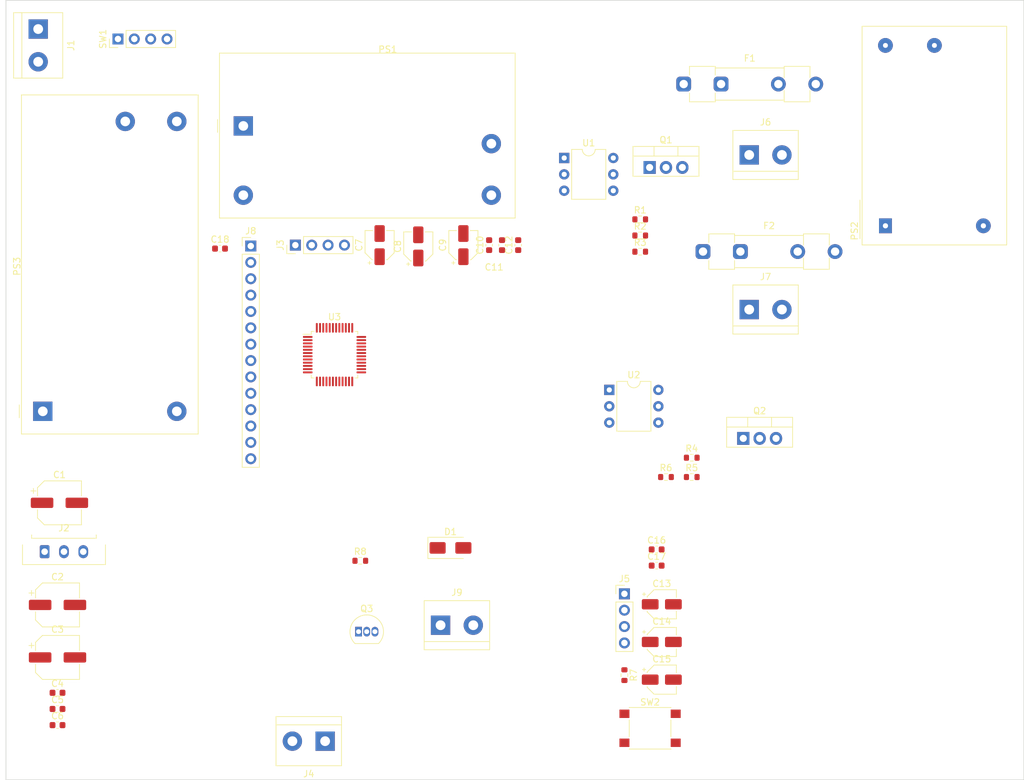
<source format=kicad_pcb>
(kicad_pcb (version 20221018) (generator pcbnew)
  (layers (0 "F.Cu" signal) (31 "B.Cu" signal) (34 "B.Paste" user) (35 "F.Paste" user) (36 "B.SilkS" user "B.Silkscreen") (37 "F.SilkS" user "F.Silkscreen") (38 "B.Mask" user) (39 "F.Mask" user) (44 "Edge.Cuts" user))
  (net 0 "")
  (net 1 "+3V3")
  (net 2 "GND")
  (net 3 "+5V")
  (net 4 "+12V")
  (net 5 "Net-(D1-A)")
  (net 6 "/NEUTRAL_SW")
  (net 7 "Net-(J6-Pin_2)")
  (net 8 "Net-(J7-Pin_2)")
  (net 9 "/SWDIO")
  (net 10 "/SWCLK")
  (net 11 "/LIVE")
  (net 12 "/NEUTRAL")
  (net 13 "/~{CS}_DISP")
  (net 14 "/~{RST}_LCD")
  (net 15 "/DC{slash}RS")
  (net 16 "/MOSI")
  (net 17 "/SCK")
  (net 18 "/MISO")
  (net 19 "/CLK")
  (net 20 "/~{CS}_T")
  (net 21 "/T_DETECT")
  (net 22 "/RX_BT")
  (net 23 "/TX_BT")
  (net 24 "/TH+")
  (net 25 "/TH-")
  (net 26 "/LIVE_SW")
  (net 27 "/LED_DIN")
  (net 28 "Net-(Q1-G)")
  (net 29 "Net-(Q2-G)")
  (net 30 "/EM_SW")
  (net 31 "Net-(R1-Pad1)")
  (net 32 "Net-(R2-Pad1)")
  (net 33 "Net-(R3-Pad2)")
  (net 34 "Net-(R4-Pad1)")
  (net 35 "Net-(R5-Pad1)")
  (net 36 "Net-(R6-Pad2)")
  (net 37 "/~{RST}")
  (net 38 "/HH_PWM")
  (net 41 "/LH_PWM")
  (net 42 "Net-(U3-VDDCORE)")
  (footprint "Converter_ACDC:Converter_ACDC_MeanWell_IRM-20-xx_THT" (layer "F.Cu") (at 74.7175 95.8 90)
    (fp_text reference "PS3" (at 22.5 -4 90) (layer "F.SilkS"))
    (fp_text value "IRM-20-5")
    (pad "1" thru_hole rect (at 0 0 90) (size 3 3) (drill 1.5) (layers "*.Cu" "*.Mask") (net 26 "/LIVE_SW"))
    (pad "2" thru_hole circle (at 0 20.8 90) (size 3 3) (drill 1.5) (layers "*.Cu" "*.Mask") (net 6 "/NEUTRAL_SW"))
    (pad "3" thru_hole circle (at 45 20.8 90) (size 3 3) (drill 1.5) (layers "*.Cu" "*.Mask") (net 2 "GND"))
    (pad "4" thru_hole circle (at 45 12.8 90) (size 3 3) (drill 1.5) (layers "*.Cu" "*.Mask") (net 3 "+5V"))
  )
  (footprint "Capacitor_SMD:CP_Elec_6.3x3.9" (layer "F.Cu") (at 77.3 110)
    (fp_text reference "C1" (at 0 -4.35) (layer "F.SilkS"))
    (fp_text value "10u/16v")
    (pad "1" smd roundrect (at -2.7 0) (size 3.5 1.6) (layers "F.Cu" "F.Paste" "F.Mask") (roundrect_rratio 0.15625) (net 3 "+5V"))
    (pad "2" smd roundrect (at 2.7 0) (size 3.5 1.6) (layers "F.Cu" "F.Paste" "F.Mask") (roundrect_rratio 0.15625) (net 2 "GND"))
  )
  (footprint "Capacitor_SMD:CP_Elec_4x3" (layer "F.Cu") (at 127 70 90)
    (fp_text reference "C7" (at 0 -3.2 90) (layer "F.SilkS"))
    (fp_text value "2u2/6v3")
    (pad "1" smd roundrect (at -1.8 0 90) (size 2.6 1.6) (layers "F.Cu" "F.Paste" "F.Mask") (roundrect_rratio 0.15625) (net 1 "+3V3"))
    (pad "2" smd roundrect (at 1.8 0 90) (size 2.6 1.6) (layers "F.Cu" "F.Paste" "F.Mask") (roundrect_rratio 0.15625) (net 2 "GND"))
  )
  (footprint "Connector_PinHeader_2.54mm:PinHeader_1x04_P2.54mm_Vertical" (layer "F.Cu") (at 113.92 70 90)
    (fp_text reference "J3" (at 0 -2.33 90) (layer "F.SilkS"))
    (fp_text value "SWD")
    (pad "1" thru_hole rect (at 0 0 90) (size 1.7 1.7) (drill 1) (layers "*.Cu" "*.Mask") (net 1 "+3V3"))
    (pad "2" thru_hole oval (at 0 2.54 90) (size 1.7 1.7) (drill 1) (layers "*.Cu" "*.Mask") (net 9 "/SWDIO"))
    (pad "3" thru_hole oval (at 0 5.08 90) (size 1.7 1.7) (drill 1) (layers "*.Cu" "*.Mask") (net 10 "/SWCLK"))
    (pad "4" thru_hole oval (at 0 7.62 90) (size 1.7 1.7) (drill 1) (layers "*.Cu" "*.Mask") (net 2 "GND"))
  )
  (footprint "Package_QFP:TQFP-48_7x7mm_P0.5mm" (layer "F.Cu") (at 120 87)
    (fp_text reference "U3" (at 0 -5.85) (layer "F.SilkS"))
    (fp_text value "ATSAML21G16B-AUT")
    (pad "1" smd roundrect (at -4.1625 -2.75) (size 1.475 0.3) (layers "F.Cu" "F.Paste" "F.Mask"))
    (pad "2" smd roundrect (at -4.1625 -2.25) (size 1.475 0.3) (layers "F.Cu" "F.Paste" "F.Mask"))
    (pad "3" smd roundrect (at -4.1625 -1.75) (size 1.475 0.3) (layers "F.Cu" "F.Paste" "F.Mask") (net 25 "/TH-"))
    (pad "4" smd roundrect (at -4.1625 -1.25) (size 1.475 0.3) (layers "F.Cu" "F.Paste" "F.Mask"))
    (pad "5" smd roundrect (at -4.1625 -0.75) (size 1.475 0.3) (layers "F.Cu" "F.Paste" "F.Mask") (net 2 "GND"))
    (pad "6" smd roundrect (at -4.1625 -0.25) (size 1.475 0.3) (layers "F.Cu" "F.Paste" "F.Mask") (net 1 "+3V3"))
    (pad "7" smd roundrect (at -4.1625 0.25) (size 1.475 0.3) (layers "F.Cu" "F.Paste" "F.Mask"))
    (pad "8" smd roundrect (at -4.1625 0.75) (size 1.475 0.3) (layers "F.Cu" "F.Paste" "F.Mask"))
    (pad "9" smd roundrect (at -4.1625 1.25) (size 1.475 0.3) (layers "F.Cu" "F.Paste" "F.Mask"))
    (pad "10" smd roundrect (at -4.1625 1.75) (size 1.475 0.3) (layers "F.Cu" "F.Paste" "F.Mask"))
    (pad "11" smd roundrect (at -4.1625 2.25) (size 1.475 0.3) (layers "F.Cu" "F.Paste" "F.Mask") (net 24 "/TH+"))
    (pad "12" smd roundrect (at -4.1625 2.75) (size 1.475 0.3) (layers "F.Cu" "F.Paste" "F.Mask") (net 17 "/SCK"))
    (pad "13" smd roundrect (at -2.75 4.1625) (size 0.3 1.475) (layers "F.Cu" "F.Paste" "F.Mask") (net 30 "/EM_SW"))
    (pad "14" smd roundrect (at -2.25 4.1625) (size 0.3 1.475) (layers "F.Cu" "F.Paste" "F.Mask") (net 27 "/LED_DIN"))
    (pad "15" smd roundrect (at -1.75 4.1625) (size 0.3 1.475) (layers "F.Cu" "F.Paste" "F.Mask") (net 38 "/HH_PWM"))
    (pad "16" smd roundrect (at -1.25 4.1625) (size 0.3 1.475) (layers "F.Cu" "F.Paste" "F.Mask") (net 41 "/LH_PWM"))
    (pad "17" smd roundrect (at -0.75 4.1625) (size 0.3 1.475) (layers "F.Cu" "F.Paste" "F.Mask") (net 1 "+3V3"))
    (pad "18" smd roundrect (at -0.25 4.1625) (size 0.3 1.475) (layers "F.Cu" "F.Paste" "F.Mask") (net 2 "GND"))
    (pad "19" smd roundrect (at 0.25 4.1625) (size 0.3 1.475) (layers "F.Cu" "F.Paste" "F.Mask"))
    (pad "20" smd roundrect (at 0.75 4.1625) (size 0.3 1.475) (layers "F.Cu" "F.Paste" "F.Mask"))
    (pad "21" smd roundrect (at 1.25 4.1625) (size 0.3 1.475) (layers "F.Cu" "F.Paste" "F.Mask") (net 23 "/TX_BT"))
    (pad "22" smd roundrect (at 1.75 4.1625) (size 0.3 1.475) (layers "F.Cu" "F.Paste" "F.Mask") (net 22 "/RX_BT"))
    (pad "23" smd roundrect (at 2.25 4.1625) (size 0.3 1.475) (layers "F.Cu" "F.Paste" "F.Mask"))
    (pad "24" smd roundrect (at 2.75 4.1625) (size 0.3 1.475) (layers "F.Cu" "F.Paste" "F.Mask") (net 16 "/MOSI"))
    (pad "25" smd roundrect (at 4.1625 2.75) (size 1.475 0.3) (layers "F.Cu" "F.Paste" "F.Mask") (net 18 "/MISO"))
    (pad "26" smd roundrect (at 4.1625 2.25) (size 1.475 0.3) (layers "F.Cu" "F.Paste" "F.Mask") (net 19 "/CLK"))
    (pad "27" smd roundrect (at 4.1625 1.75) (size 1.475 0.3) (layers "F.Cu" "F.Paste" "F.Mask") (net 15 "/DC{slash}RS"))
    (pad "28" smd roundrect (at 4.1625 1.25) (size 1.475 0.3) (layers "F.Cu" "F.Paste" "F.Mask") (net 13 "/~{CS}_DISP"))
    (pad "29" smd roundrect (at 4.1625 0.75) (size 1.475 0.3) (layers "F.Cu" "F.Paste" "F.Mask") (net 20 "/~{CS}_T"))
    (pad "30" smd roundrect (at 4.1625 0.25) (size 1.475 0.3) (layers "F.Cu" "F.Paste" "F.Mask") (net 14 "/~{RST}_LCD"))
    (pad "31" smd roundrect (at 4.1625 -0.25) (size 1.475 0.3) (layers "F.Cu" "F.Paste" "F.Mask") (net 21 "/T_DETECT"))
    (pad "32" smd roundrect (at 4.1625 -0.75) (size 1.475 0.3) (layers "F.Cu" "F.Paste" "F.Mask"))
    (pad "33" smd roundrect (at 4.1625 -1.25) (size 1.475 0.3) (layers "F.Cu" "F.Paste" "F.Mask"))
    (pad "34" smd roundrect (at 4.1625 -1.75) (size 1.475 0.3) (layers "F.Cu" "F.Paste" "F.Mask"))
    (pad "35" smd roundrect (at 4.1625 -2.25) (size 1.475 0.3) (layers "F.Cu" "F.Paste" "F.Mask") (net 2 "GND"))
    (pad "36" smd roundrect (at 4.1625 -2.75) (size 1.475 0.3) (layers "F.Cu" "F.Paste" "F.Mask") (net 1 "+3V3"))
    (pad "37" smd roundrect (at 2.75 -4.1625) (size 0.3 1.475) (layers "F.Cu" "F.Paste" "F.Mask"))
    (pad "38" smd roundrect (at 2.25 -4.1625) (size 0.3 1.475) (layers "F.Cu" "F.Paste" "F.Mask"))
    (pad "39" smd roundrect (at 1.75 -4.1625) (size 0.3 1.475) (layers "F.Cu" "F.Paste" "F.Mask"))
    (pad "40" smd roundrect (at 1.25 -4.1625) (size 0.3 1.475) (layers "F.Cu" "F.Paste" "F.Mask") (net 37 "/~{RST}"))
    (pad "41" smd roundrect (at 0.75 -4.1625) (size 0.3 1.475) (layers "F.Cu" "F.Paste" "F.Mask") (net 42 "Net-(U3-VDDCORE)"))
    (pad "42" smd roundrect (at 0.25 -4.1625) (size 0.3 1.475) (layers "F.Cu" "F.Paste" "F.Mask") (net 2 "GND"))
    (pad "43" smd roundrect (at -0.25 -4.1625) (size 0.3 1.475) (layers "F.Cu" "F.Paste" "F.Mask"))
    (pad "44" smd roundrect (at -0.75 -4.1625) (size 0.3 1.475) (layers "F.Cu" "F.Paste" "F.Mask") (net 1 "+3V3"))
    (pad "45" smd roundrect (at -1.25 -4.1625) (size 0.3 1.475) (layers "F.Cu" "F.Paste" "F.Mask") (net 10 "/SWCLK"))
    (pad "46" smd roundrect (at -1.75 -4.1625) (size 0.3 1.475) (layers "F.Cu" "F.Paste" "F.Mask") (net 9 "/SWDIO"))
    (pad "47" smd roundrect (at -2.25 -4.1625) (size 0.3 1.475) (layers "F.Cu" "F.Paste" "F.Mask"))
    (pad "48" smd roundrect (at -2.75 -4.1625) (size 0.3 1.475) (layers "F.Cu" "F.Paste" "F.Mask"))
  )
  (footprint "Capacitor_SMD:CP_Elec_6.3x3.9" (layer "F.Cu") (at 77 134)
    (fp_text reference "C3" (at 0 -4.35) (layer "F.SilkS"))
    (fp_text value "10u/16v")
    (pad "1" smd roundrect (at -2.7 0) (size 3.5 1.6) (layers "F.Cu" "F.Paste" "F.Mask") (roundrect_rratio 0.15625) (net 3 "+5V"))
    (pad "2" smd roundrect (at 2.7 0) (size 3.5 1.6) (layers "F.Cu" "F.Paste" "F.Mask") (roundrect_rratio 0.15625) (net 2 "GND"))
  )
  (footprint "Resistor_SMD:R_0603_1608Metric" (layer "F.Cu") (at 171.45 106)
    (fp_text reference "R6" (at 0 -1.43) (layer "F.SilkS"))
    (fp_text value "220R")
    (pad "1" smd roundrect (at -0.825 0) (size 0.8 0.95) (layers "F.Cu" "F.Paste" "F.Mask") (net 2 "GND"))
    (pad "2" smd roundrect (at 0.825 0) (size 0.8 0.95) (layers "F.Cu" "F.Paste" "F.Mask") (net 36 "Net-(R6-Pad2)"))
  )
  (footprint "Capacitor_SMD:C_0603_1608Metric" (layer "F.Cu") (at 77 142)
    (fp_text reference "C5" (at 0 -1.43) (layer "F.SilkS"))
    (fp_text value "100n")
    (pad "1" smd roundrect (at -0.775 0) (size 0.9 0.95) (layers "F.Cu" "F.Paste" "F.Mask") (net 3 "+5V"))
    (pad "2" smd roundrect (at 0.775 0) (size 0.9 0.95) (layers "F.Cu" "F.Paste" "F.Mask") (net 2 "GND"))
  )
  (footprint "TerminalBlock:TerminalBlock_bornier-2_P5.08mm" (layer "F.Cu") (at 74 36.46 -90)
    (fp_text reference "J1" (at 2.54 -5.08 90) (layer "F.SilkS"))
    (fp_text value "AC CONN")
    (pad "1" thru_hole rect (at 0 0 270) (size 3 3) (drill 1.52) (layers "*.Cu" "*.Mask") (net 11 "/LIVE"))
    (pad "2" thru_hole circle (at 5.08 0 270) (size 3 3) (drill 1.52) (layers "*.Cu" "*.Mask") (net 12 "/NEUTRAL"))
  )
  (footprint "Capacitor_SMD:CP_Elec_4x3" (layer "F.Cu") (at 170.8 131.6)
    (fp_text reference "C14" (at 0 -3.2) (layer "F.SilkS"))
    (fp_text value "2u2/6v3")
    (pad "1" smd roundrect (at -1.8 0) (size 2.6 1.6) (layers "F.Cu" "F.Paste" "F.Mask") (roundrect_rratio 0.15625) (net 1 "+3V3"))
    (pad "2" smd roundrect (at 1.8 0) (size 2.6 1.6) (layers "F.Cu" "F.Paste" "F.Mask") (roundrect_rratio 0.15625) (net 2 "GND"))
  )
  (footprint "Button_Switch_SMD:SW_SPST_PTS645" (layer "F.Cu") (at 168.98 145)
    (fp_text reference "SW2" (at 0 -4.05) (layer "F.SilkS"))
    (fp_text value "PROJECT ~{RESET}")
    (pad "1" smd rect (at -3.98 -2.25) (size 1.55 1.3) (layers "F.Cu" "F.Paste" "F.Mask") (net 2 "GND"))
    (pad "1" smd rect (at 3.98 -2.25) (size 1.55 1.3) (layers "F.Cu" "F.Paste" "F.Mask") (net 2 "GND"))
    (pad "2" smd rect (at -3.98 2.25) (size 1.55 1.3) (layers "F.Cu" "F.Paste" "F.Mask") (net 37 "/~{RST}"))
    (pad "2" smd rect (at 3.98 2.25) (size 1.55 1.3) (layers "F.Cu" "F.Paste" "F.Mask") (net 37 "/~{RST}"))
  )
  (footprint "Package_DIP:DIP-6_W7.62mm" (layer "F.Cu") (at 155.65 56.475)
    (fp_text reference "U1" (at 3.81 -2.33) (layer "F.SilkS"))
    (fp_text value "MOC3041M")
    (pad "1" thru_hole rect (at 0 0) (size 1.6 1.6) (drill 0.8) (layers "*.Cu" "*.Mask") (net 38 "/HH_PWM"))
    (pad "2" thru_hole oval (at 0 2.54) (size 1.6 1.6) (drill 0.8) (layers "*.Cu" "*.Mask") (net 33 "Net-(R3-Pad2)"))
    (pad "3" thru_hole oval (at 0 5.08) (size 1.6 1.6) (drill 0.8) (layers "*.Cu" "*.Mask"))
    (pad "4" thru_hole oval (at 7.62 5.08) (size 1.6 1.6) (drill 0.8) (layers "*.Cu" "*.Mask") (net 32 "Net-(R2-Pad1)"))
    (pad "5" thru_hole oval (at 7.62 2.54) (size 1.6 1.6) (drill 0.8) (layers "*.Cu" "*.Mask"))
    (pad "6" thru_hole oval (at 7.62 0) (size 1.6 1.6) (drill 0.8) (layers "*.Cu" "*.Mask") (net 31 "Net-(R1-Pad1)"))
  )
  (footprint "Fuse:Fuseholder_Clip-5x20mm_Littelfuse_520_Inline_P20.50x5.80mm_D1.30mm_Horizontal" (layer "F.Cu") (at 177.2 71)
    (fp_text reference "F2" (at 10.25 -4) (layer "F.SilkS"))
    (fp_text value "10A")
    (pad "1" thru_hole roundrect (at 0 0) (size 2.3 2.3) (drill 1.3) (layers "*.Cu" "*.Mask") (net 6 "/NEUTRAL_SW"))
    (pad "1" thru_hole roundrect (at 5.8 0) (size 2.3 2.3) (drill 1.3) (layers "*.Cu" "*.Mask") (net 6 "/NEUTRAL_SW"))
    (pad "2" thru_hole circle (at 14.7 0) (size 2.3 2.3) (drill 1.3) (layers "*.Cu" "*.Mask") (net 8 "Net-(J7-Pin_2)"))
    (pad "2" thru_hole circle (at 20.5 0) (size 2.3 2.3) (drill 1.3) (layers "*.Cu" "*.Mask") (net 8 "Net-(J7-Pin_2)"))
  )
  (footprint "Capacitor_SMD:C_0603_1608Metric" (layer "F.Cu") (at 102.225 70.54)
    (fp_text reference "C18" (at 0 -1.43) (layer "F.SilkS"))
    (fp_text value "100n")
    (pad "1" smd roundrect (at -0.775 0) (size 0.9 0.95) (layers "F.Cu" "F.Paste" "F.Mask") (net 3 "+5V"))
    (pad "2" smd roundrect (at 0.775 0) (size 0.9 0.95) (layers "F.Cu" "F.Paste" "F.Mask") (net 2 "GND"))
  )
  (footprint "Package_TO_SOT_THT:TO-92_Inline" (layer "F.Cu") (at 123.73 130)
    (fp_text reference "Q3" (at 1.27 -3.56) (layer "F.SilkS"))
    (fp_text value "BS107")
    (pad "1" thru_hole rect (at 0 0) (size 1.05 1.5) (drill 0.75) (layers "*.Cu" "*.Mask") (net 5 "Net-(D1-A)"))
    (pad "2" thru_hole oval (at 1.27 0) (size 1.05 1.5) (drill 0.75) (layers "*.Cu" "*.Mask") (net 30 "/EM_SW"))
    (pad "3" thru_hole oval (at 2.54 0) (size 1.05 1.5) (drill 0.75) (layers "*.Cu" "*.Mask") (net 2 "GND"))
  )
  (footprint "Capacitor_SMD:CP_Elec_4x3" (layer "F.Cu") (at 170.8 137.45)
    (fp_text reference "C15" (at 0 -3.2) (layer "F.SilkS"))
    (fp_text value "2u2/6v3")
    (pad "1" smd roundrect (at -1.8 0) (size 2.6 1.6) (layers "F.Cu" "F.Paste" "F.Mask") (roundrect_rratio 0.15625) (net 1 "+3V3"))
    (pad "2" smd roundrect (at 1.8 0) (size 2.6 1.6) (layers "F.Cu" "F.Paste" "F.Mask") (roundrect_rratio 0.15625) (net 2 "GND"))
  )
  (footprint "Connector_PinHeader_2.54mm:PinHeader_1x04_P2.54mm_Vertical" (layer "F.Cu") (at 165 124.13)
    (fp_text reference "J5" (at 0 -2.33) (layer "F.SilkS"))
    (fp_text value "HC MODULE")
    (pad "1" thru_hole rect (at 0 0) (size 1.7 1.7) (drill 1) (layers "*.Cu" "*.Mask") (net 1 "+3V3"))
    (pad "2" thru_hole oval (at 0 2.54) (size 1.7 1.7) (drill 1) (layers "*.Cu" "*.Mask") (net 22 "/RX_BT"))
    (pad "3" thru_hole oval (at 0 5.08) (size 1.7 1.7) (drill 1) (layers "*.Cu" "*.Mask") (net 23 "/TX_BT"))
    (pad "4" thru_hole oval (at 0 7.62) (size 1.7 1.7) (drill 1) (layers "*.Cu" "*.Mask") (net 2 "GND"))
  )
  (footprint "Capacitor_SMD:CP_Elec_6.3x3.9" (layer "F.Cu") (at 77 125.85)
    (fp_text reference "C2" (at 0 -4.35) (layer "F.SilkS"))
    (fp_text value "10u/16v")
    (pad "1" smd roundrect (at -2.7 0) (size 3.5 1.6) (layers "F.Cu" "F.Paste" "F.Mask") (roundrect_rratio 0.15625) (net 3 "+5V"))
    (pad "2" smd roundrect (at 2.7 0) (size 3.5 1.6) (layers "F.Cu" "F.Paste" "F.Mask") (roundrect_rratio 0.15625) (net 2 "GND"))
  )
  (footprint "Connector_PinHeader_2.54mm:PinHeader_1x04_P2.54mm_Vertical" (layer "F.Cu") (at 86.38 38 90)
    (fp_text reference "SW1" (at 0 -2.33 90) (layer "F.SilkS"))
    (fp_text value "PWR SWITCH")
    (pad "1" thru_hole rect (at 0 0 90) (size 1.7 1.7) (drill 1) (layers "*.Cu" "*.Mask") (net 12 "/NEUTRAL"))
    (pad "2" thru_hole oval (at 0 2.54 90) (size 1.7 1.7) (drill 1) (layers "*.Cu" "*.Mask") (net 6 "/NEUTRAL_SW"))
    (pad "3" thru_hole oval (at 0 5.08 90) (size 1.7 1.7) (drill 1) (layers "*.Cu" "*.Mask") (net 11 "/LIVE"))
    (pad "4" thru_hole oval (at 0 7.62 90) (size 1.7 1.7) (drill 1) (layers "*.Cu" "*.Mask") (net 26 "/LIVE_SW"))
  )
  (footprint "TerminalBlock:TerminalBlock_bornier-2_P5.08mm" (layer "F.Cu") (at 118.54 147 180)
    (fp_text reference "J4" (at 2.54 -5.08) (layer "F.SilkS"))
    (fp_text value "Thermocouple")
    (pad "1" thru_hole rect (at 0 0 180) (size 3 3) (drill 1.52) (layers "*.Cu" "*.Mask") (net 24 "/TH+"))
    (pad "2" thru_hole circle (at 5.08 0 180) (size 3 3) (drill 1.52) (layers "*.Cu" "*.Mask") (net 25 "/TH-"))
  )
  (footprint "Resistor_SMD:R_0603_1608Metric" (layer "F.Cu") (at 167.45 66)
    (fp_text reference "R1" (at 0 -1.43) (layer "F.SilkS"))
    (fp_text value "220R")
    (pad "1" smd roundrect (at -0.825 0) (size 0.8 0.95) (layers "F.Cu" "F.Paste" "F.Mask") (net 31 "Net-(R1-Pad1)"))
    (pad "2" smd roundrect (at 0.825 0) (size 0.8 0.95) (layers "F.Cu" "F.Paste" "F.Mask") (net 26 "/LIVE_SW"))
  )
  (footprint "Resistor_SMD:R_0603_1608Metric" (layer "F.Cu") (at 165 136.75 -90)
    (fp_text reference "R7" (at 0 -1.43 90) (layer "F.SilkS"))
    (fp_text value "10k")
    (pad "1" smd roundrect (at -0.825 0 270) (size 0.8 0.95) (layers "F.Cu" "F.Paste" "F.Mask") (net 1 "+3V3"))
    (pad "2" smd roundrect (at 0.825 0 270) (size 0.8 0.95) (layers "F.Cu" "F.Paste" "F.Mask") (net 37 "/~{RST}"))
  )
  (footprint "Resistor_SMD:R_0603_1608Metric" (layer "F.Cu") (at 175.45 103)
    (fp_text reference "R4" (at 0 -1.43) (layer "F.SilkS"))
    (fp_text value "220R")
    (pad "1" smd roundrect (at -0.825 0) (size 0.8 0.95) (layers "F.Cu" "F.Paste" "F.Mask") (net 34 "Net-(R4-Pad1)"))
    (pad "2" smd roundrect (at 0.825 0) (size 0.8 0.95) (layers "F.Cu" "F.Paste" "F.Mask") (net 26 "/LIVE_SW"))
  )
  (footprint "Capacitor_SMD:C_0603_1608Metric" (layer "F.Cu") (at 148.51 70 90)
    (fp_text reference "C12" (at 0 -1.43 90) (layer "F.SilkS"))
    (fp_text value "100n")
    (pad "1" smd roundrect (at -0.775 0 90) (size 0.9 0.95) (layers "F.Cu" "F.Paste" "F.Mask") (net 42 "Net-(U3-VDDCORE)"))
    (pad "2" smd roundrect (at 0.775 0 90) (size 0.9 0.95) (layers "F.Cu" "F.Paste" "F.Mask") (net 2 "GND"))
  )
  (footprint "Resistor_SMD:R_0603_1608Metric" (layer "F.Cu") (at 167.45 68.51)
    (fp_text reference "R2" (at 0 -1.43) (layer "F.SilkS"))
    (fp_text value "220R")
    (pad "1" smd roundrect (at -0.825 0) (size 0.8 0.95) (layers "F.Cu" "F.Paste" "F.Mask") (net 32 "Net-(R2-Pad1)"))
    (pad "2" smd roundrect (at 0.825 0) (size 0.8 0.95) (layers "F.Cu" "F.Paste" "F.Mask") (net 28 "Net-(Q1-G)"))
  )
  (footprint "Package_TO_SOT_THT:TO-220-3_Vertical" (layer "F.Cu") (at 168.91 57.945)
    (fp_text reference "Q1" (at 2.54 -4.27) (layer "F.SilkS"))
    (fp_text value "BT139-600")
    (pad "1" thru_hole rect (at 0 0) (size 1.905 2) (drill 1.1) (layers "*.Cu" "*.Mask") (net 6 "/NEUTRAL_SW"))
    (pad "2" thru_hole oval (at 2.54 0) (size 1.905 2) (drill 1.1) (layers "*.Cu" "*.Mask") (net 26 "/LIVE_SW"))
    (pad "3" thru_hole oval (at 5.08 0) (size 1.905 2) (drill 1.1) (layers "*.Cu" "*.Mask") (net 28 "Net-(Q1-G)"))
  )
  (footprint "Fuse:Fuseholder_Clip-5x20mm_Littelfuse_520_Inline_P20.50x5.80mm_D1.30mm_Horizontal" (layer "F.Cu") (at 174.2 45)
    (fp_text reference "F1" (at 10.25 -4) (layer "F.SilkS"))
    (fp_text value "10A")
    (pad "1" thru_hole roundrect (at 0 0) (size 2.3 2.3) (drill 1.3) (layers "*.Cu" "*.Mask") (net 6 "/NEUTRAL_SW"))
    (pad "1" thru_hole roundrect (at 5.8 0) (size 2.3 2.3) (drill 1.3) (layers "*.Cu" "*.Mask") (net 6 "/NEUTRAL_SW"))
    (pad "2" thru_hole circle (at 14.7 0) (size 2.3 2.3) (drill 1.3) (layers "*.Cu" "*.Mask") (net 7 "Net-(J6-Pin_2)"))
    (pad "2" thru_hole circle (at 20.5 0) (size 2.3 2.3) (drill 1.3) (layers "*.Cu" "*.Mask") (net 7 "Net-(J6-Pin_2)"))
  )
  (footprint "Resistor_SMD:R_0603_1608Metric" (layer "F.Cu") (at 167.45 71.02)
    (fp_text reference "R3" (at 0 -1.43) (layer "F.SilkS"))
    (fp_text value "220R")
    (pad "1" smd roundrect (at -0.825 0) (size 0.8 0.95) (layers "F.Cu" "F.Paste" "F.Mask") (net 2 "GND"))
    (pad "2" smd roundrect (at 0.825 0) (size 0.8 0.95) (layers "F.Cu" "F.Paste" "F.Mask") (net 33 "Net-(R3-Pad2)"))
  )
  (footprint "TerminalBlock:TerminalBlock_bornier-2_P5.08mm" (layer "F.Cu") (at 184.37 80)
    (fp_text reference "J7" (at 2.54 -5.08) (layer "F.SilkS"))
    (fp_text value "Lower Heater")
    (pad "1" thru_hole rect (at 0 0) (size 3 3) (drill 1.52) (layers "*.Cu" "*.Mask") (net 26 "/LIVE_SW"))
    (pad "2" thru_hole circle (at 5.08 0) (size 3 3) (drill 1.52) (layers "*.Cu" "*.Mask") (net 8 "Net-(J7-Pin_2)"))
  )
  (footprint "Capacitor_SMD:C_0603_1608Metric" (layer "F.Cu") (at 77 144.51)
    (fp_text reference "C6" (at 0 -1.43) (layer "F.SilkS"))
    (fp_text value "100n")
    (pad "1" smd roundrect (at -0.775 0) (size 0.9 0.95) (layers "F.Cu" "F.Paste" "F.Mask") (net 3 "+5V"))
    (pad "2" smd roundrect (at 0.775 0) (size 0.9 0.95) (layers "F.Cu" "F.Paste" "F.Mask") (net 2 "GND"))
  )
  (footprint "Connector_Molex:Molex_Micro-Fit_3.0_43650-0315_1x03_P3.00mm_Vertical" (layer "F.Cu") (at 75 117.585)
    (fp_text reference "J2" (at 3 -3.67) (layer "F.SilkS"))
    (fp_text value "LED STRIP")
    (pad "" np_thru_hole circle (at -3 -1.96) (size 1.27 1.27) (drill 1.27) (layers "*.Cu" "*.Mask"))
    (pad "" np_thru_hole circle (at 9 -1.96) (size 1.27 1.27) (drill 1.27) (layers "*.Cu" "*.Mask"))
    (pad "1" thru_hole roundrect (at 0 0) (size 1.5 2.02) (drill 1.02) (layers "*.Cu" "*.Mask") (roundrect_rratio 0.166667) (net 3 "+5V"))
    (pad "2" thru_hole oval (at 3 0) (size 1.5 2.02) (drill 1.02) (layers "*.Cu" "*.Mask") (net 27 "/LED_DIN"))
    (pad "3" thru_hole oval (at 6 0) (size 1.5 2.02) (drill 1.02) (layers "*.Cu" "*.Mask") (net 2 "GND"))
  )
  (footprint "Capacitor_SMD:C_0603_1608Metric" (layer "F.Cu") (at 170 119.75)
    (fp_text reference "C17" (at 0 -1.43) (layer "F.SilkS"))
    (fp_text value "100n")
    (pad "1" smd roundrect (at -0.775 0) (size 0.9 0.95) (layers "F.Cu" "F.Paste" "F.Mask") (net 1 "+3V3"))
    (pad "2" smd roundrect (at 0.775 0) (size 0.9 0.95) (layers "F.Cu" "F.Paste" "F.Mask") (net 2 "GND"))
  )
  (footprint "Connector_PinHeader_2.54mm:PinHeader_1x14_P2.54mm_Vertical" (layer "F.Cu") (at 107 70.14)
    (fp_text reference "J8" (at 0 -2.33) (layer "F.SilkS"))
    (fp_text value "TOUCH DISPLAY")
    (pad "1" thru_hole rect (at 0 0) (size 1.7 1.7) (drill 1) (layers "*.Cu" "*.Mask") (net 3 "+5V"))
    (pad "2" thru_hole oval (at 0 2.54) (size 1.7 1.7) (drill 1) (layers "*.Cu" "*.Mask") (net 2 "GND"))
    (pad "3" thru_hole oval (at 0 5.08) (size 1.7 1.7) (drill 1) (layers "*.Cu" "*.Mask") (net 13 "/~{CS}_DISP"))
    (pad "4" thru_hole oval (at 0 7.62) (size 1.7 1.7) (drill 1) (layers "*.Cu" "*.Mask") (net 14 "/~{RST}_LCD"))
    (pad "5" thru_hole oval (at 0 10.16) (size 1.7 1.7) (drill 1) (layers "*.Cu" "*.Mask") (net 15 "/DC{slash}RS"))
    (pad "6" thru_hole oval (at 0 12.7) (size 1.7 1.7) (drill 1) (layers "*.Cu" "*.Mask") (net 16 "/MOSI"))
    (pad "7" thru_hole oval (at 0 15.24) (size 1.7 1.7) (drill 1) (layers "*.Cu" "*.Mask") (net 17 "/SCK"))
    (pad "8" thru_hole oval (at 0 17.78) (size 1.7 1.7) (drill 1) (layers "*.Cu" "*.Mask") (net 1 "+3V3"))
    (pad "9" thru_hole oval (at 0 20.32) (size 1.7 1.7) (drill 1) (layers "*.Cu" "*.Mask") (net 18 "/MISO"))
    (pad "10" thru_hole oval (at 0 22.86) (size 1.7 1.7) (drill 1) (layers "*.Cu" "*.Mask") (net 19 "/CLK"))
    (pad "11" thru_hole oval (at 0 25.4) (size 1.7 1.7) (drill 1) (layers "*.Cu" "*.Mask") (net 20 "/~{CS}_T"))
    (pad "12" thru_hole oval (at 0 27.94) (size 1.7 1.7) (drill 1) (layers "*.Cu" "*.Mask") (net 16 "/MOSI"))
    (pad "13" thru_hole oval (at 0 30.48) (size 1.7 1.7) (drill 1) (layers "*.Cu" "*.Mask") (net 18 "/MISO"))
    (pad "14" thru_hole oval (at 0 33.02) (size 1.7 1.7) (drill 1) (layers "*.Cu" "*.Mask") (net 21 "/T_DETECT"))
  )
  (footprint "TerminalBlock:TerminalBlock_bornier-2_P5.08mm" (layer "F.Cu") (at 136.46 129)
    (fp_text reference "J9" (at 2.54 -5.08) (layer "F.SilkS"))
    (fp_text value "Electromagnet")
    (pad "1" thru_hole rect (at 0 0) (size 3 3) (drill 1.52) (layers "*.Cu" "*.Mask") (net 4 "+12V"))
    (pad "2" thru_hole circle (at 5.08 0) (size 3 3) (drill 1.52) (layers "*.Cu" "*.Mask") (net 5 "Net-(D1-A)"))
  )
  (footprint "Capacitor_SMD:C_0603_1608Metric" (layer "F.Cu") (at 170 117.24)
    (fp_text reference "C16" (at 0 -1.43) (layer "F.SilkS"))
    (fp_text value "100n")
    (pad "1" smd roundrect (at -0.775 0) (size 0.9 0.95) (layers "F.Cu" "F.Paste" "F.Mask") (net 1 "+3V3"))
    (pad "2" smd roundrect (at 0.775 0) (size 0.9 0.95) (layers "F.Cu" "F.Paste" "F.Mask") (net 2 "GND"))
  )
  (footprint "Package_TO_SOT_THT:TO-220-3_Vertical" (layer "F.Cu") (at 183.45 100)
    (fp_text reference "Q2" (at 2.54 -4.27) (layer "F.SilkS"))
    (fp_text value "BT139-600")
    (pad "1" thru_hole rect (at 0 0) (size 1.905 2) (drill 1.1) (layers "*.Cu" "*.Mask") (net 6 "/NEUTRAL_SW"))
    (pad "2" thru_hole oval (at 2.54 0) (size 1.905 2) (drill 1.1) (layers "*.Cu" "*.Mask") (net 26 "/LIVE_SW"))
    (pad "3" thru_hole oval (at 5.08 0) (size 1.905 2) (drill 1.1) (layers "*.Cu" "*.Mask") (net 29 "Net-(Q2-G)"))
  )
  (footprint "Converter_ACDC:Converter_ACDC_MeanWell_IRM-02-xx_THT" (layer "F.Cu") (at 205.5175 67 90)
    (fp_text reference "PS2" (at -0.8 -4.8 90) (layer "F.SilkS"))
    (fp_text value "IRM-02-12")
    (pad "1" thru_hole rect (at 0 0 90) (size 2.3 2) (drill 0.8) (layers "*.Cu" "*.Mask") (net 6 "/NEUTRAL_SW"))
    (pad "2" thru_hole circle (at 0 15.2 90) (size 2.3 2.3) (drill 0.8) (layers "*.Cu" "*.Mask") (net 26 "/LIVE_SW"))
    (pad "3" thru_hole circle (at 28 0 90) (size 2.3 2.3) (drill 0.76) (layers "*.Cu" "*.Mask") (net 2 "GND"))
    (pad "4" thru_hole circle (at 28 7.6 90) (size 2.3 2.3) (drill 0.76) (layers "*.Cu" "*.Mask") (net 4 "+12V"))
  )
  (footprint "Capacitor_SMD:C_0603_1608Metric" (layer "F.Cu") (at 146 70 90)
    (fp_text reference "C11" (at -3.43 -1.225) (layer "F.SilkS"))
    (fp_text value "100n")
    (pad "1" smd roundrect (at -0.775 0 90) (size 0.9 0.95) (layers "F.Cu" "F.Paste" "F.Mask") (net 1 "+3V3"))
    (pad "2" smd roundrect (at 0.775 0 90) (size 0.9 0.95) (layers "F.Cu" "F.Paste" "F.Mask") (net 2 "GND"))
  )
  (footprint "Diode_SMD:D_SMA" (layer "F.Cu") (at 138 117)
    (fp_text reference "D1" (at 0 -2.5) (layer "F.SilkS"))
    (fp_text value "1N4002")
    (pad "1" smd roundrect (at -2 0) (size 2.5 1.8) (layers "F.Cu" "F.Paste" "F.Mask") (roundrect_rratio 0.1388888889) (net 4 "+12V"))
    (pad "2" smd roundrect (at 2 0) (size 2.5 1.8) (layers "F.Cu" "F.Paste" "F.Mask") (roundrect_rratio 0.1388888889) (net 5 "Net-(D1-A)"))
  )
  (footprint "Package_DIP:DIP-6_W7.62mm" (layer "F.Cu") (at 162.65 92.475)
    (fp_text reference "U2" (at 3.81 -2.33) (layer "F.SilkS"))
    (fp_text value "MOC3041M")
    (pad "1" thru_hole rect (at 0 0) (size 1.6 1.6) (drill 0.8) (layers "*.Cu" "*.Mask") (net 41 "/LH_PWM"))
    (pad "2" thru_hole oval (at 0 2.54) (size 1.6 1.6) (drill 0.8) (layers "*.Cu" "*.Mask") (net 36 "Net-(R6-Pad2)"))
    (pad "3" thru_hole oval (at 0 5.08) (size 1.6 1.6) (drill 0.8) (layers "*.Cu" "*.Mask"))
    (pad "4" thru_hole oval (at 7.62 5.08) (size 1.6 1.6) (drill 0.8) (layers "*.Cu" "*.Mask") (net 35 "Net-(R5-Pad1)"))
    (pad "5" thru_hole oval (at 7.62 2.54) (size 1.6 1.6) (drill 0.8) (layers "*.Cu" "*.Mask"))
    (pad "6" thru_hole oval (at 7.62 0) (size 1.6 1.6) (drill 0.8) (layers "*.Cu" "*.Mask") (net 34 "Net-(R4-Pad1)"))
  )
  (footprint "Capacitor_SMD:CP_Elec_4x3" (layer "F.Cu") (at 133 70.2 90)
    (fp_text reference "C8" (at 0 -3.2 90) (layer "F.SilkS"))
    (fp_text value "2u2/6v3")
    (pad "1" smd roundrect (at -1.8 0 90) (size 2.6 1.6) (layers "F.Cu" "F.Paste" "F.Mask") (roundrect_rratio 0.15625) (net 1 "+3V3"))
    (pad "2" smd roundrect (at 1.8 0 90) (size 2.6 1.6) (layers "F.Cu" "F.Paste" "F.Mask") (roundrect_rratio 0.15625) (net 2 "GND"))
  )
  (footprint "Capacitor_SMD:CP_Elec_4x3" (layer "F.Cu") (at 140 70 90)
    (fp_text reference "C9" (at 0 -3.2 90) (layer "F.SilkS"))
    (fp_text value "2u2/6v3")
    (pad "1" smd roundrect (at -1.8 0 90) (size 2.6 1.6) (layers "F.Cu" "F.Paste" "F.Mask") (roundrect_rratio 0.15625) (net 1 "+3V3"))
    (pad "2" smd roundrect (at 1.8 0 90) (size 2.6 1.6) (layers "F.Cu" "F.Paste" "F.Mask") (roundrect_rratio 0.15625) (net 2 "GND"))
  )
  (footprint "Resistor_SMD:R_0603_1608Metric" (layer "F.Cu") (at 124 119)
    (fp_text reference "R8" (at 0 -1.43) (layer "F.SilkS"))
    (fp_text value "10k")
    (pad "1" smd roundrect (at -0.825 0) (size 0.8 0.95) (layers "F.Cu" "F.Paste" "F.Mask") (net 30 "/EM_SW"))
    (pad "2" smd roundrect (at 0.825 0) (size 0.8 0.95) (layers "F.Cu" "F.Paste" "F.Mask") (net 2 "GND"))
  )
  (footprint "Capacitor_SMD:C_0603_1608Metric" (layer "F.Cu") (at 144 70 90)
    (fp_text reference "C10" (at 0 -1.43 90) (layer "F.SilkS"))
    (fp_text value "100n")
    (pad "1" smd roundrect (at -0.775 0 90) (size 0.9 0.95) (layers "F.Cu" "F.Paste" "F.Mask") (net 1 "+3V3"))
    (pad "2" smd roundrect (at 0.775 0 90) (size 0.9 0.95) (layers "F.Cu" "F.Paste" "F.Mask") (net 2 "GND"))
  )
  (footprint "Capacitor_SMD:CP_Elec_4x3" (layer "F.Cu") (at 170.8 125.75)
    (fp_text reference "C13" (at 0 -3.2) (layer "F.SilkS"))
    (fp_text value "2u2/6v3")
    (pad "1" smd roundrect (at -1.8 0) (size 2.6 1.6) (layers "F.Cu" "F.Paste" "F.Mask") (roundrect_rratio 0.15625) (net 1 "+3V3"))
    (pad "2" smd roundrect (at 1.8 0) (size 2.6 1.6) (layers "F.Cu" "F.Paste" "F.Mask") (roundrect_rratio 0.15625) (net 2 "GND"))
  )
  (footprint "TerminalBlock:TerminalBlock_bornier-2_P5.08mm" (layer "F.Cu") (at 184.37 56)
    (fp_text reference "J6" (at 2.54 -5.08) (layer "F.SilkS"))
    (fp_text value "Higher Heater")
    (pad "1" thru_hole rect (at 0 0) (size 3 3) (drill 1.52) (layers "*.Cu" "*.Mask") (net 26 "/LIVE_SW"))
    (pad "2" thru_hole circle (at 5.08 0) (size 3 3) (drill 1.52) (layers "*.Cu" "*.Mask") (net 7 "Net-(J6-Pin_2)"))
  )
  (footprint "Capacitor_SMD:C_0603_1608Metric" (layer "F.Cu") (at 77 139.49)
    (fp_text reference "C4" (at 0 -1.43) (layer "F.SilkS"))
    (fp_text value "100n")
    (pad "1" smd roundrect (at -0.775 0) (size 0.9 0.95) (layers "F.Cu" "F.Paste" "F.Mask") (net 3 "+5V"))
    (pad "2" smd roundrect (at 0.775 0) (size 0.9 0.95) (layers "F.Cu" "F.Paste" "F.Mask") (net 2 "GND"))
  )
  (footprint "Converter_ACDC:Converter_ACDC_MeanWell_IRM-10-xx_THT" (layer "F.Cu") (at 105.8425 51.5)
    (fp_text reference "PS1" (at 22.42 -11.88) (layer "F.SilkS"))
    (fp_text value "IRM-10-3.3")
    (pad "1" thru_hole rect (at 0 0) (size 3 3) (drill 1.5) (layers "*.Cu" "*.Mask") (net 6 "/NEUTRAL_SW"))
    (pad "2" thru_hole circle (at 0 10.75) (size 3 3) (drill 1.5) (layers "*.Cu" "*.Mask") (net 26 "/LIVE_SW"))
    (pad "3" thru_hole circle (at 38.5 10.75) (size 3 3) (drill 1.5) (layers "*.Cu" "*.Mask") (net 2 "GND"))
    (pad "4" thru_hole circle (at 38.5 2.75) (size 3 3) (drill 1.5) (layers "*.Cu" "*.Mask") (net 1 "+3V3"))
  )
  (footprint "Resistor_SMD:R_0603_1608Metric" (layer "F.Cu") (at 175.45 106)
    (fp_text reference "R5" (at 0 -1.43) (layer "F.SilkS"))
    (fp_text value "220R")
    (pad "1" smd roundrect (at -0.825 0) (size 0.8 0.95) (layers "F.Cu" "F.Paste" "F.Mask") (net 35 "Net-(R5-Pad1)"))
    (pad "2" smd roundrect (at 0.825 0) (size 0.8 0.95) (layers "F.Cu" "F.Paste" "F.Mask") (net 29 "Net-(Q2-G)"))
  )
  (gr_line (start 227 32) (end 227 153) (stroke (width 0.1)) (layer "Edge.Cuts"))
  (gr_line (start 227 153) (end 69 153) (stroke (width 0.1)) (layer "Edge.Cuts"))
  (gr_line (start 69 32) (end 227 32) (stroke (width 0.1)) (layer "Edge.Cuts"))
  (gr_line (start 69 153) (end 69 32) (stroke (width 0.1)) (layer "Edge.Cuts"))
)
</source>
